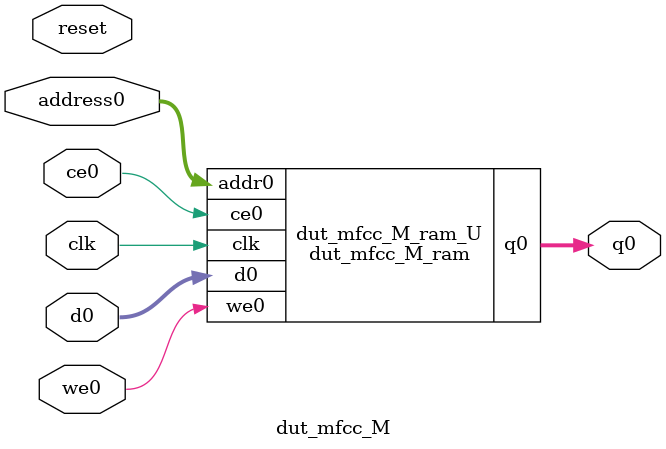
<source format=v>

`timescale 1 ns / 1 ps
module dut_mfcc_M_ram (addr0, ce0, d0, we0, q0,  clk);

parameter DWIDTH = 32;
parameter AWIDTH = 14;
parameter MEM_SIZE = 12544;

input[AWIDTH-1:0] addr0;
input ce0;
input[DWIDTH-1:0] d0;
input we0;
output reg[DWIDTH-1:0] q0;
input clk;

(* ram_style = "block" *)reg [DWIDTH-1:0] ram[MEM_SIZE-1:0];




always @(posedge clk)  
begin 
    if (ce0) 
    begin
        if (we0) 
        begin 
            ram[addr0] <= d0; 
            q0 <= d0;
        end 
        else 
            q0 <= ram[addr0];
    end
end


endmodule


`timescale 1 ns / 1 ps
module dut_mfcc_M(
    reset,
    clk,
    address0,
    ce0,
    we0,
    d0,
    q0);

parameter DataWidth = 32'd32;
parameter AddressRange = 32'd12544;
parameter AddressWidth = 32'd14;
input reset;
input clk;
input[AddressWidth - 1:0] address0;
input ce0;
input we0;
input[DataWidth - 1:0] d0;
output[DataWidth - 1:0] q0;



dut_mfcc_M_ram dut_mfcc_M_ram_U(
    .clk( clk ),
    .addr0( address0 ),
    .ce0( ce0 ),
    .d0( d0 ),
    .we0( we0 ),
    .q0( q0 ));

endmodule


</source>
